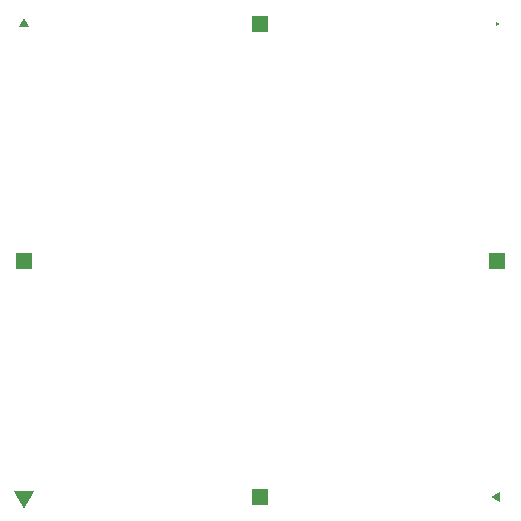
<source format=gbr>
%TF.GenerationSoftware,HUMAN,DominicClifton,8.0.3*%
%TF.CreationDate,2025-04-28T16:25:44+02:00*%
%TF.SameCoordinates,Original*%
%TF.FileFunction,Copper,L4,Bot*%
%TF.FilePolarity,Positive*%
%FSLAX46Y46*%
G04 Gerber Fmt 4.6, Leading zero omitted, Abs format (unit mm)*
%MOMM*%
%LPD*%
G01*
G04 APERTURE LIST*
G04 Aperture macros list*
%AMPolygon*
0 $1 Vertices (3 minimum)*
0 $2 Diameter*
0 $3 $4 Center (X/Y)*
0 $5 Rotation*
5,1,$1,$3,$4,$2,$5*%
%ADD41Polygon,X3X0.500000X0.000000X0.000000X0*%
%ADD42Polygon,X3X1.000000X0.000000X0.000000X90*%
%ADD43Polygon,X3X1.000000X0.000000X0.000000X180*%
%ADD44Polygon,X3X2.000000X0.000000X0.000000X270*%
D41*
X020000000Y020000000D03*
D42*
X-020000000Y020000000D03*
D43*
X020000000Y-020000000D03*
D44*
X-020000000Y-020000000D03*
%ADD45Polygon,X4X2.000000X0.000000X0.000000X45*%
%ADD46Polygon,X4X2.000000X0.000000X0.000000X135*%
%ADD47Polygon,X4X2.000000X0.000000X0.000000X225*%
%ADD48Polygon,X4X2.000000X0.000000X0.000000X315*%
D45*
X020000000Y000000000D03*
D46*
X-020000000Y000000000D03*
D47*
X000000000Y020000000D03*
D48*
X000000000Y-020000000D03*
M02*

</source>
